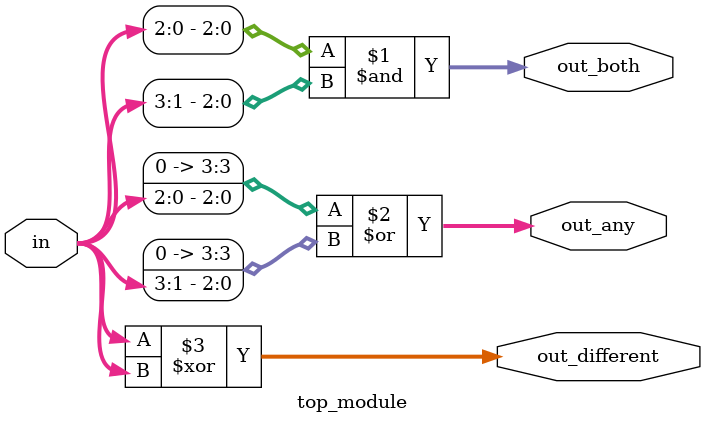
<source format=sv>
module top_module (
    input [3:0] in,
    output [2:0] out_both,
    output [3:0] out_any,
    output [3:0] out_different
);

assign out_both = in[2:0] & in[3:1];
assign out_any = {1'b0, in[2:0]} | {1'b0, in[3:1]};
assign out_different = in ^ {in[3:1], in[0]};

endmodule

</source>
